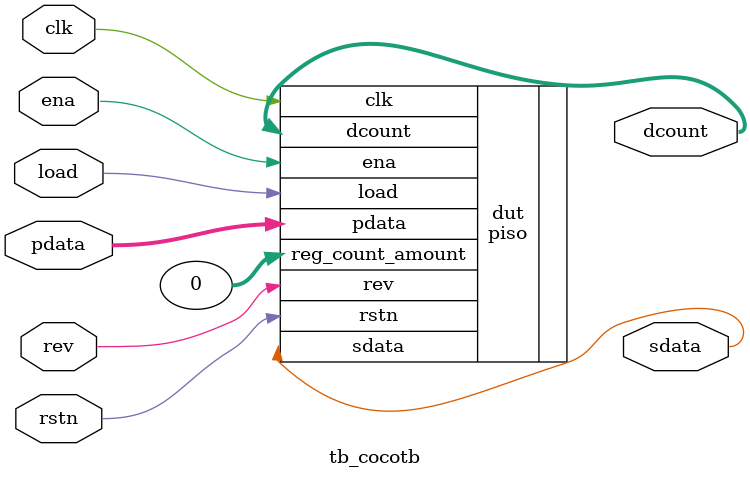
<source format=v>

`timescale 1ns/100ps

/*
 * Module: tb_cocotb
 *
 * PISO Wrapper
 *
 * Parameters:
 *
 *   BUS_WIDTH       - Width of the parallel input in bytes
 *
 * Ports:
 *
 *   clk     - Clock
 *   rstn    - negative reset
 *   ena     - enable for core, use to change output rate. Enable serial shift output.
 *   rev     - reverse, 0 is MSb first out, 1 is LSb first out.
 *   load    - load parallel data into core. This can be done at any time.
 *   pdata   - parallel data input, registered at load only.
 *   sdata   - serialized data output.
 *   dcount  - Number of bits to shift out (what is left, first bit is always available).
 */
module tb_cocotb #(
    parameter BUS_WIDTH     = 4
  )
  (
    input                     clk,
    input                     rstn,
    input                     ena,
    input                     rev,
    input                     load,
    input   [BUS_WIDTH*8-1:0] pdata,
    output                    sdata,
    output  [BUS_WIDTH*8-1:0] dcount
  );
  // fst dump command
  initial begin
    $dumpfile ("tb_cocotb.fst");
    $dumpvars (0, tb_cocotb);
    #1;
  end
  
  //Group: Instantiated Modules

  /*
   * Module: dut
   *
   * Device under test, piso
   */
  piso #(
    .BUS_WIDTH(BUS_WIDTH)
  ) dut (
    .clk(clk),
    .rstn(rstn),
    .ena(ena),
    .rev(rev),
    .load(load),
    .pdata(pdata),
    .reg_count_amount(0),
    .sdata(sdata),
    .dcount(dcount)
  );
  
endmodule


</source>
